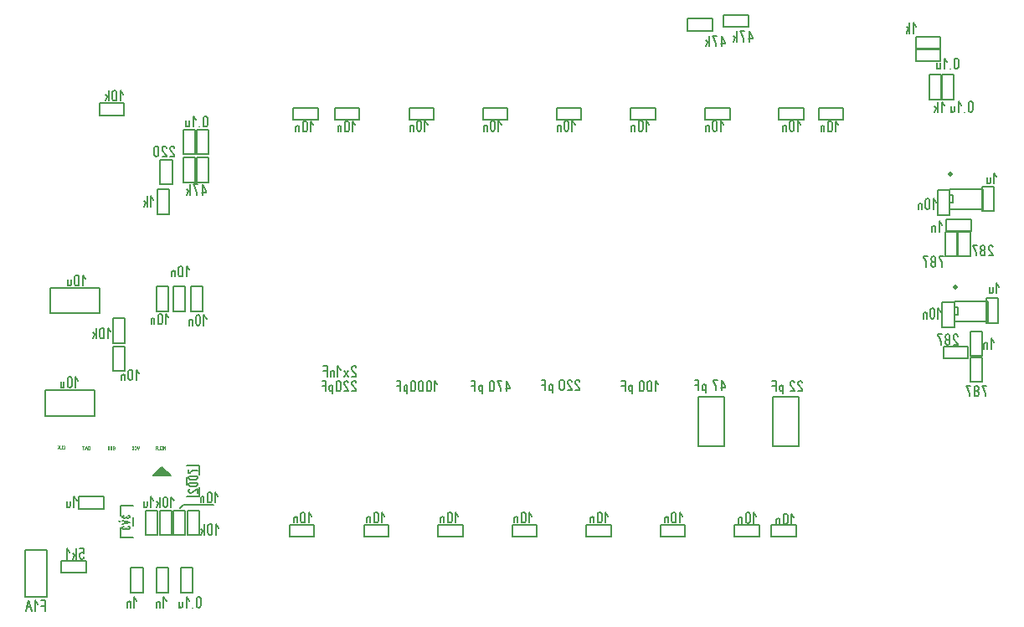
<source format=gbr>
%FSLAX34Y34*%
%MOMM*%
%LNSILK_BOTTOM*%
G71*
G01*
%ADD10C,0.191*%
%ADD11C,0.150*%
%ADD12C,0.033*%
%ADD13C,0.127*%
%ADD14C,0.170*%
%ADD15C,0.064*%
%ADD16C,0.159*%
%ADD17C,0.200*%
%ADD18C,0.490*%
%ADD19C,0.489*%
%LPD*%
G54D10*
X978696Y-270141D02*
X982962Y-270141D01*
X982962Y-269474D01*
X982429Y-268141D01*
X979229Y-264141D01*
X978696Y-262807D01*
X978696Y-261474D01*
X979229Y-260141D01*
X980296Y-259474D01*
X981362Y-259474D01*
X982429Y-260141D01*
X982962Y-261474D01*
G54D10*
X972296Y-264807D02*
X973362Y-264807D01*
X974429Y-264141D01*
X974962Y-262807D01*
X974962Y-261474D01*
X974429Y-260141D01*
X973362Y-259474D01*
X972296Y-259474D01*
X971229Y-260141D01*
X970696Y-261474D01*
X970696Y-262807D01*
X971229Y-264141D01*
X972296Y-264807D01*
X971229Y-265474D01*
X970696Y-266807D01*
X970696Y-268141D01*
X971229Y-269474D01*
X972296Y-270141D01*
X973362Y-270141D01*
X974429Y-269474D01*
X974962Y-268141D01*
X974962Y-266807D01*
X974429Y-265474D01*
X973362Y-264807D01*
G54D10*
X966962Y-259474D02*
X962696Y-259474D01*
X963229Y-260807D01*
X964296Y-262807D01*
X965362Y-265474D01*
X965896Y-267474D01*
X965896Y-270141D01*
G54D10*
X925403Y-216605D02*
X922736Y-212605D01*
X922736Y-223272D01*
G54D10*
X914736Y-214605D02*
X914736Y-221272D01*
X915270Y-222605D01*
X916336Y-223272D01*
X917403Y-223272D01*
X918470Y-222605D01*
X919003Y-221272D01*
X919003Y-214605D01*
X918470Y-213272D01*
X917403Y-212605D01*
X916336Y-212605D01*
X915270Y-213272D01*
X914736Y-214605D01*
G54D10*
X911003Y-223272D02*
X911003Y-217272D01*
G54D10*
X911003Y-218605D02*
X910470Y-217672D01*
X909403Y-217272D01*
X908336Y-217672D01*
X907803Y-218605D01*
X907803Y-223272D01*
G54D10*
X786050Y-407264D02*
X790317Y-407264D01*
X790317Y-406597D01*
X789783Y-405264D01*
X786583Y-401264D01*
X786050Y-399931D01*
X786050Y-398597D01*
X786583Y-397264D01*
X787650Y-396597D01*
X788717Y-396597D01*
X789783Y-397264D01*
X790317Y-398597D01*
G54D10*
X778050Y-407264D02*
X782317Y-407264D01*
X782317Y-406597D01*
X781783Y-405264D01*
X778583Y-401264D01*
X778050Y-399931D01*
X778050Y-398597D01*
X778583Y-397264D01*
X779650Y-396597D01*
X780717Y-396597D01*
X781783Y-397264D01*
X782317Y-398597D01*
G54D10*
X770477Y-401264D02*
X770477Y-409931D01*
G54D10*
X770477Y-405264D02*
X769943Y-406997D01*
X768877Y-407264D01*
X767810Y-406997D01*
X767277Y-405664D01*
X767277Y-402997D01*
X767810Y-401664D01*
X768877Y-401264D01*
X769943Y-401664D01*
X770477Y-403264D01*
G54D10*
X763544Y-407264D02*
X763544Y-396597D01*
X759810Y-396597D01*
G54D10*
X763544Y-401931D02*
X759810Y-401931D01*
G54D10*
X709117Y-406264D02*
X709117Y-395597D01*
X712317Y-402264D01*
X712317Y-403597D01*
X708050Y-403597D01*
G54D10*
X704317Y-395597D02*
X700050Y-395597D01*
X700583Y-396931D01*
X701650Y-398931D01*
X702717Y-401597D01*
X703250Y-403597D01*
X703250Y-406264D01*
G54D10*
X692477Y-400264D02*
X692477Y-408931D01*
G54D10*
X692477Y-404264D02*
X691943Y-405997D01*
X690877Y-406264D01*
X689810Y-405997D01*
X689277Y-404664D01*
X689277Y-401997D01*
X689810Y-400664D01*
X690877Y-400264D01*
X691943Y-400664D01*
X692477Y-402264D01*
G54D10*
X685544Y-406264D02*
X685544Y-395597D01*
X681810Y-395597D01*
G54D10*
X685544Y-400931D02*
X681810Y-400931D01*
G54D10*
X644316Y-400597D02*
X641650Y-396597D01*
X641650Y-407264D01*
G54D10*
X633650Y-398597D02*
X633650Y-405264D01*
X634183Y-406597D01*
X635250Y-407264D01*
X636316Y-407264D01*
X637383Y-406597D01*
X637916Y-405264D01*
X637916Y-398597D01*
X637383Y-397264D01*
X636316Y-396597D01*
X635250Y-396597D01*
X634183Y-397264D01*
X633650Y-398597D01*
G54D10*
X625650Y-398597D02*
X625650Y-405264D01*
X626183Y-406597D01*
X627250Y-407264D01*
X628316Y-407264D01*
X629383Y-406597D01*
X629916Y-405264D01*
X629916Y-398597D01*
X629383Y-397264D01*
X628316Y-396597D01*
X627250Y-396597D01*
X626183Y-397264D01*
X625650Y-398597D01*
G54D10*
X618076Y-401264D02*
X618076Y-409931D01*
G54D10*
X618076Y-405264D02*
X617543Y-406997D01*
X616476Y-407264D01*
X615410Y-406997D01*
X614876Y-405664D01*
X614876Y-402997D01*
X615410Y-401664D01*
X616476Y-401264D01*
X617543Y-401664D01*
X618076Y-403264D01*
G54D10*
X611144Y-407264D02*
X611144Y-396597D01*
X607410Y-396597D01*
G54D10*
X611144Y-401931D02*
X607410Y-401931D01*
G54D10*
X561050Y-406264D02*
X565316Y-406264D01*
X565316Y-405597D01*
X564783Y-404264D01*
X561583Y-400264D01*
X561050Y-398931D01*
X561050Y-397597D01*
X561583Y-396264D01*
X562650Y-395597D01*
X563716Y-395597D01*
X564783Y-396264D01*
X565316Y-397597D01*
G54D10*
X553050Y-406264D02*
X557316Y-406264D01*
X557316Y-405597D01*
X556783Y-404264D01*
X553583Y-400264D01*
X553050Y-398931D01*
X553050Y-397597D01*
X553583Y-396264D01*
X554650Y-395597D01*
X555716Y-395597D01*
X556783Y-396264D01*
X557316Y-397597D01*
G54D10*
X545050Y-397597D02*
X545050Y-404264D01*
X545583Y-405597D01*
X546650Y-406264D01*
X547716Y-406264D01*
X548783Y-405597D01*
X549316Y-404264D01*
X549316Y-397597D01*
X548783Y-396264D01*
X547716Y-395597D01*
X546650Y-395597D01*
X545583Y-396264D01*
X545050Y-397597D01*
G54D10*
X537476Y-400264D02*
X537476Y-408931D01*
G54D10*
X537476Y-404264D02*
X536943Y-405997D01*
X535876Y-406264D01*
X534810Y-405997D01*
X534276Y-404664D01*
X534276Y-401997D01*
X534810Y-400664D01*
X535876Y-400264D01*
X536943Y-400664D01*
X537476Y-402264D01*
G54D10*
X530544Y-406264D02*
X530544Y-395597D01*
X526810Y-395597D01*
G54D10*
X530544Y-400931D02*
X526810Y-400931D01*
G54D10*
X491116Y-407264D02*
X491116Y-396597D01*
X494316Y-403264D01*
X494316Y-404597D01*
X490050Y-404597D01*
G54D10*
X486316Y-396597D02*
X482050Y-396597D01*
X482583Y-397931D01*
X483650Y-399931D01*
X484716Y-402597D01*
X485250Y-404597D01*
X485250Y-407264D01*
G54D10*
X474050Y-398597D02*
X474050Y-405264D01*
X474583Y-406597D01*
X475650Y-407264D01*
X476716Y-407264D01*
X477783Y-406597D01*
X478316Y-405264D01*
X478316Y-398597D01*
X477783Y-397264D01*
X476716Y-396597D01*
X475650Y-396597D01*
X474583Y-397264D01*
X474050Y-398597D01*
G54D10*
X466476Y-401264D02*
X466476Y-409931D01*
G54D10*
X466476Y-405264D02*
X465943Y-406997D01*
X464876Y-407264D01*
X463810Y-406997D01*
X463276Y-405664D01*
X463276Y-402997D01*
X463810Y-401664D01*
X464876Y-401264D01*
X465943Y-401664D01*
X466476Y-403264D01*
G54D10*
X459544Y-407264D02*
X459544Y-396597D01*
X455810Y-396597D01*
G54D10*
X459544Y-401931D02*
X455810Y-401931D01*
G54D11*
X783890Y-542554D02*
X783890Y-554554D01*
X758890Y-554554D01*
X758890Y-542553D01*
X783890Y-542554D01*
G54D11*
X722000Y-554500D02*
X722000Y-542500D01*
X747000Y-542500D01*
X747000Y-554500D01*
X722000Y-554500D01*
G54D11*
X647000Y-554500D02*
X647000Y-542500D01*
X672000Y-542500D01*
X672000Y-554500D01*
X647000Y-554500D01*
G54D11*
X572000Y-554500D02*
X572000Y-542500D01*
X597000Y-542500D01*
X597000Y-554500D01*
X572000Y-554500D01*
G54D11*
X497000Y-554500D02*
X497000Y-542500D01*
X522000Y-542500D01*
X522000Y-554500D01*
X497000Y-554500D01*
G54D11*
X422000Y-554500D02*
X422000Y-542500D01*
X447000Y-542500D01*
X447000Y-554500D01*
X422000Y-554500D01*
G54D11*
X347000Y-554500D02*
X347000Y-542500D01*
X372000Y-542500D01*
X372000Y-554500D01*
X347000Y-554500D01*
G54D11*
X272000Y-554500D02*
X272000Y-542500D01*
X297000Y-542500D01*
X297000Y-554500D01*
X272000Y-554500D01*
G54D11*
X832000Y-120500D02*
X832000Y-132500D01*
X807000Y-132500D01*
X807000Y-120500D01*
X832000Y-120500D01*
G54D11*
X766500Y-132500D02*
X766500Y-120500D01*
X791500Y-120500D01*
X791500Y-132500D01*
X766500Y-132500D01*
G54D11*
X692000Y-132500D02*
X692000Y-120500D01*
X717000Y-120500D01*
X717000Y-132500D01*
X692000Y-132500D01*
G54D11*
X617000Y-132500D02*
X617000Y-120500D01*
X642000Y-120500D01*
X642000Y-132500D01*
X617000Y-132500D01*
G54D11*
X542000Y-132500D02*
X542000Y-120500D01*
X567000Y-120500D01*
X567000Y-132500D01*
X542000Y-132500D01*
G54D11*
X467500Y-132500D02*
X467500Y-120500D01*
X492500Y-120500D01*
X492500Y-132500D01*
X467500Y-132500D01*
G54D11*
X393000Y-132500D02*
X393000Y-120500D01*
X418000Y-120500D01*
X418000Y-132500D01*
X393000Y-132500D01*
G54D11*
X317500Y-132500D02*
X317500Y-120500D01*
X342500Y-120500D01*
X342500Y-132500D01*
X317500Y-132500D01*
G54D11*
X275500Y-132500D02*
X275500Y-120500D01*
X300500Y-120500D01*
X300500Y-132500D01*
X275500Y-132500D01*
G54D11*
X75000Y-406500D02*
X75000Y-432500D01*
X25000Y-432500D01*
X25000Y-406500D01*
X75000Y-406500D01*
G54D10*
X58215Y-396868D02*
X55548Y-392868D01*
X55548Y-403534D01*
G54D10*
X47548Y-394868D02*
X47548Y-401534D01*
X48081Y-402868D01*
X49148Y-403534D01*
X50215Y-403534D01*
X51281Y-402868D01*
X51815Y-401534D01*
X51815Y-394868D01*
X51281Y-393534D01*
X50215Y-392868D01*
X49148Y-392868D01*
X48081Y-393534D01*
X47548Y-394868D01*
G54D10*
X40615Y-397534D02*
X40615Y-403535D01*
G54D10*
X40615Y-402201D02*
X41148Y-403268D01*
X42215Y-403534D01*
X43281Y-403268D01*
X43815Y-402201D01*
X43815Y-397534D01*
G54D11*
X79500Y-302500D02*
X79500Y-328500D01*
X29500Y-328500D01*
X29500Y-302500D01*
X79500Y-302500D01*
G54D10*
X65203Y-293875D02*
X62536Y-289875D01*
X62536Y-300541D01*
G54D10*
X54536Y-291875D02*
X54536Y-298541D01*
X55069Y-299875D01*
X56136Y-300541D01*
X57203Y-300541D01*
X58269Y-299875D01*
X58803Y-298541D01*
X58803Y-291875D01*
X58269Y-290541D01*
X57203Y-289875D01*
X56136Y-289875D01*
X55069Y-290541D01*
X54536Y-291875D01*
G54D10*
X47603Y-294541D02*
X47603Y-300541D01*
G54D10*
X47603Y-299208D02*
X48136Y-300275D01*
X49203Y-300541D01*
X50269Y-300275D01*
X50803Y-299208D01*
X50803Y-294541D01*
G54D11*
X113996Y-523000D02*
X100996Y-523000D01*
X100996Y-533000D01*
G54D11*
X100996Y-545000D02*
X100996Y-555001D01*
X113996Y-555000D01*
G54D11*
X113997Y-543000D02*
X113997Y-535000D01*
G54D12*
X100524Y-537891D02*
X99024Y-537891D01*
G54D12*
X98524Y-537891D02*
X98524Y-537891D01*
G54D12*
X100524Y-538624D02*
X99024Y-538624D01*
G54D12*
X99357Y-538624D02*
X99124Y-538757D01*
X99024Y-539024D01*
X99124Y-539291D01*
X99357Y-539424D01*
X100524Y-539424D01*
G54D13*
X104241Y-532752D02*
X103353Y-533107D01*
X102908Y-533818D01*
X102908Y-534530D01*
X103353Y-535240D01*
X104241Y-535596D01*
X105130Y-535596D01*
X106019Y-535241D01*
X106464Y-534529D01*
X106908Y-535241D01*
X107797Y-535596D01*
X108686Y-535596D01*
X109575Y-535240D01*
X110019Y-534530D01*
X110019Y-533818D01*
X109575Y-533107D01*
X108686Y-532752D01*
G54D13*
X102908Y-538085D02*
X110019Y-539862D01*
X102908Y-541640D01*
G54D13*
X104241Y-544130D02*
X103353Y-544485D01*
X102908Y-545196D01*
X102908Y-545908D01*
X103353Y-546619D01*
X104242Y-546974D01*
X105130Y-546974D01*
X106019Y-546619D01*
X106464Y-545908D01*
X106908Y-546619D01*
X107797Y-546974D01*
X108686Y-546974D01*
X109575Y-546619D01*
X110019Y-545908D01*
X110019Y-545196D01*
X109575Y-544485D01*
X108686Y-544130D01*
G54D10*
X24713Y-629661D02*
X24713Y-618995D01*
X20980Y-618995D01*
G54D10*
X24713Y-624328D02*
X20980Y-624328D01*
G54D10*
X17247Y-622995D02*
X14580Y-618995D01*
X14580Y-629661D01*
G54D10*
X10847Y-629661D02*
X8180Y-618995D01*
X5514Y-629661D01*
G54D10*
X9780Y-625661D02*
X6580Y-625661D01*
G54D11*
X152500Y-553000D02*
X140500Y-553000D01*
X140500Y-528000D01*
X152500Y-528000D01*
X152500Y-553000D01*
G54D10*
X154813Y-518168D02*
X152146Y-514168D01*
X152146Y-524835D01*
G54D10*
X144146Y-516168D02*
X144146Y-522835D01*
X144680Y-524168D01*
X145746Y-524835D01*
X146813Y-524835D01*
X147880Y-524168D01*
X148413Y-522835D01*
X148413Y-516168D01*
X147880Y-514835D01*
X146813Y-514168D01*
X145746Y-514168D01*
X144680Y-514835D01*
X144146Y-516168D01*
G54D10*
X140413Y-524835D02*
X140413Y-514168D01*
G54D10*
X138813Y-520835D02*
X137213Y-524835D01*
G54D10*
X140413Y-522168D02*
X137213Y-518835D01*
G54D10*
X56612Y-517918D02*
X53946Y-513918D01*
X53946Y-524585D01*
G54D10*
X47012Y-518585D02*
X47012Y-524585D01*
G54D10*
X47012Y-523252D02*
X47546Y-524318D01*
X48612Y-524585D01*
X49679Y-524318D01*
X50212Y-523252D01*
X50213Y-518585D01*
G54D10*
X134189Y-517893D02*
X131522Y-513893D01*
X131522Y-524559D01*
G54D10*
X124589Y-518559D02*
X124589Y-524559D01*
G54D10*
X124589Y-523226D02*
X125122Y-524293D01*
X126189Y-524559D01*
X127256Y-524293D01*
X127789Y-523226D01*
X127789Y-518559D01*
G36*
X151752Y-492896D02*
X142752Y-483897D01*
X133752Y-492896D01*
X151752Y-492896D01*
G37*
G54D14*
X151752Y-492896D02*
X142752Y-483897D01*
X133752Y-492896D01*
X151752Y-492896D01*
G54D11*
X126498Y-527995D02*
X138498Y-527996D01*
X138498Y-552995D01*
X126498Y-552995D01*
X126498Y-527995D01*
G54D15*
X69439Y-466217D02*
X69439Y-462662D01*
X68550Y-462662D01*
X68194Y-462884D01*
X68016Y-463328D01*
X68016Y-465550D01*
X68194Y-465995D01*
X68550Y-466217D01*
X69439Y-466217D01*
G54D15*
X66773Y-466217D02*
X65884Y-462662D01*
X64995Y-466217D01*
G54D15*
X66417Y-464884D02*
X65350Y-464884D01*
G54D15*
X63040Y-466217D02*
X63039Y-462662D01*
G54D15*
X63751Y-462662D02*
X62328Y-462662D01*
G54D15*
X42715Y-465099D02*
X42893Y-465544D01*
X43248Y-465766D01*
X43604Y-465766D01*
X43959Y-465544D01*
X44137Y-465099D01*
X44137Y-462877D01*
X43959Y-462433D01*
X43604Y-462210D01*
X43248Y-462210D01*
X42893Y-462432D01*
X42715Y-462877D01*
G54D15*
X41471Y-462210D02*
X41471Y-465766D01*
X40227Y-465766D01*
G54D15*
X38983Y-465766D02*
X38983Y-462210D01*
G54D15*
X38983Y-464654D02*
X37561Y-462210D01*
G54D15*
X38450Y-463988D02*
X37561Y-465766D01*
G54D15*
X146227Y-466114D02*
X146227Y-462559D01*
X145339Y-464781D01*
X144450Y-462559D01*
X144450Y-466114D01*
G54D15*
X141783Y-465448D02*
X141961Y-465892D01*
X142317Y-466114D01*
X142672Y-466114D01*
X143028Y-465892D01*
X143205Y-465448D01*
X143205Y-463226D01*
X143028Y-462781D01*
X142672Y-462559D01*
X142316Y-462559D01*
X141961Y-462781D01*
X141783Y-463225D01*
G54D15*
X140539Y-462559D02*
X140539Y-466114D01*
X139295Y-466114D01*
G54D15*
X137340Y-464336D02*
X136807Y-464781D01*
X136629Y-465226D01*
X136629Y-466114D01*
G54D15*
X138051Y-466114D02*
X138051Y-462559D01*
X137162Y-462559D01*
X136807Y-462781D01*
X136629Y-463226D01*
X136629Y-463670D01*
X136807Y-464114D01*
X137163Y-464336D01*
X138051Y-464336D01*
G54D15*
X94018Y-464544D02*
X93307Y-464544D01*
X93307Y-465655D01*
X93485Y-466099D01*
X93840Y-466322D01*
X94196Y-466322D01*
X94551Y-466099D01*
X94729Y-465655D01*
X94729Y-463432D01*
X94551Y-462988D01*
X94196Y-462766D01*
X93840Y-462766D01*
X93485Y-462988D01*
X93307Y-463432D01*
G54D15*
X92063Y-466322D02*
X92063Y-462766D01*
X90641Y-466322D01*
X90641Y-462766D01*
G54D15*
X89397Y-466322D02*
X89397Y-462766D01*
X88508Y-462766D01*
X88153Y-462988D01*
X87975Y-463432D01*
X87975Y-465655D01*
X88153Y-466099D01*
X88508Y-466322D01*
X89397Y-466322D01*
G54D15*
X119746Y-462763D02*
X118857Y-466318D01*
X117968Y-462763D01*
G54D15*
X115302Y-465652D02*
X115480Y-466096D01*
X115835Y-466318D01*
X116191Y-466318D01*
X116546Y-466096D01*
X116724Y-465652D01*
X116724Y-463430D01*
X116546Y-462985D01*
X116191Y-462763D01*
X115835Y-462763D01*
X115480Y-462985D01*
X115302Y-463429D01*
G54D15*
X112636Y-465652D02*
X112814Y-466096D01*
X113169Y-466318D01*
X113525Y-466318D01*
X113880Y-466096D01*
X114058Y-465652D01*
X114058Y-463430D01*
X113880Y-462985D01*
X113525Y-462763D01*
X113169Y-462763D01*
X112814Y-462985D01*
X112636Y-463430D01*
G54D11*
X26500Y-615500D02*
X4500Y-615500D01*
X4500Y-567500D01*
X26500Y-567500D01*
X26500Y-615500D01*
G54D11*
X167500Y-514000D02*
X180500Y-514000D01*
X180500Y-504000D01*
G54D11*
X180500Y-492000D02*
X180500Y-482000D01*
X167500Y-482000D01*
G54D11*
X167500Y-494000D02*
X167500Y-502000D01*
G54D11*
X180501Y-553003D02*
X168501Y-553003D01*
X168501Y-528003D01*
X180501Y-528003D01*
X180501Y-553003D01*
G54D11*
X93000Y-333500D02*
X105000Y-333500D01*
X105000Y-358500D01*
X93000Y-358500D01*
X93000Y-333500D01*
G54D10*
X200026Y-545678D02*
X197360Y-541678D01*
X197360Y-552344D01*
G54D10*
X189360Y-543678D02*
X189360Y-550344D01*
X189893Y-551678D01*
X190960Y-552344D01*
X192026Y-552344D01*
X193093Y-551678D01*
X193626Y-550344D01*
X193626Y-543678D01*
X193093Y-542344D01*
X192026Y-541678D01*
X190960Y-541678D01*
X189893Y-542344D01*
X189360Y-543678D01*
G54D10*
X185626Y-552344D02*
X185626Y-541678D01*
G54D10*
X184026Y-548344D02*
X182426Y-552344D01*
G54D10*
X185626Y-549678D02*
X182426Y-546344D01*
G54D10*
X90833Y-347243D02*
X88166Y-343243D01*
X88166Y-353910D01*
G54D10*
X80166Y-345243D02*
X80166Y-351910D01*
X80699Y-353243D01*
X81766Y-353910D01*
X82833Y-353910D01*
X83899Y-353243D01*
X84433Y-351910D01*
X84433Y-345243D01*
X83899Y-343910D01*
X82833Y-343243D01*
X81766Y-343243D01*
X80699Y-343910D01*
X80166Y-345243D01*
G54D10*
X76433Y-353910D02*
X76433Y-343243D01*
G54D10*
X74833Y-349910D02*
X73233Y-353910D01*
G54D10*
X76433Y-351243D02*
X73233Y-347910D01*
G54D10*
X134289Y-213878D02*
X131622Y-209878D01*
X131622Y-220545D01*
G54D10*
X127889Y-220545D02*
X127889Y-209878D01*
G54D10*
X126289Y-216545D02*
X124689Y-220545D01*
G54D10*
X127889Y-217878D02*
X124689Y-214545D01*
G54D10*
X151151Y-170015D02*
X155417Y-170015D01*
X155417Y-169348D01*
X154884Y-168015D01*
X151684Y-164015D01*
X151151Y-162682D01*
X151151Y-161348D01*
X151684Y-160015D01*
X152751Y-159348D01*
X153817Y-159348D01*
X154884Y-160015D01*
X155417Y-161348D01*
G54D10*
X143151Y-170015D02*
X147417Y-170015D01*
X147417Y-169348D01*
X146884Y-168015D01*
X143684Y-164015D01*
X143151Y-162682D01*
X143151Y-161348D01*
X143684Y-160015D01*
X144751Y-159348D01*
X145817Y-159348D01*
X146884Y-160015D01*
X147417Y-161348D01*
G54D10*
X135151Y-161348D02*
X135151Y-168015D01*
X135684Y-169348D01*
X136751Y-170015D01*
X137817Y-170015D01*
X138884Y-169348D01*
X139417Y-168015D01*
X139417Y-161348D01*
X138884Y-160015D01*
X137817Y-159348D01*
X136751Y-159348D01*
X135684Y-160015D01*
X135151Y-161348D01*
G54D11*
X79500Y-128000D02*
X79500Y-116000D01*
X104500Y-116000D01*
X104500Y-128000D01*
X79500Y-128000D01*
G54D10*
X103286Y-106877D02*
X100619Y-102877D01*
X100619Y-113544D01*
G54D10*
X92619Y-104877D02*
X92619Y-111544D01*
X93153Y-112877D01*
X94219Y-113544D01*
X95286Y-113544D01*
X96353Y-112877D01*
X96886Y-111544D01*
X96886Y-104877D01*
X96353Y-103544D01*
X95286Y-102877D01*
X94219Y-102877D01*
X93153Y-103544D01*
X92619Y-104877D01*
G54D10*
X88886Y-113544D02*
X88886Y-102877D01*
G54D10*
X87286Y-109544D02*
X85686Y-113544D01*
G54D10*
X88886Y-110877D02*
X85686Y-107544D01*
G54D11*
X149081Y-326253D02*
X137081Y-326253D01*
X137081Y-301253D01*
X149081Y-301253D01*
X149081Y-326253D01*
G54D10*
X149579Y-332888D02*
X146913Y-328888D01*
X146913Y-339554D01*
G54D10*
X138913Y-330888D02*
X138913Y-337554D01*
X139446Y-338888D01*
X140513Y-339554D01*
X141579Y-339554D01*
X142646Y-338888D01*
X143179Y-337554D01*
X143179Y-330888D01*
X142646Y-329554D01*
X141579Y-328888D01*
X140513Y-328888D01*
X139446Y-329554D01*
X138913Y-330888D01*
G54D10*
X135179Y-339554D02*
X135179Y-333554D01*
G54D10*
X135179Y-334888D02*
X134646Y-333954D01*
X133579Y-333554D01*
X132513Y-333954D01*
X131979Y-334888D01*
X131979Y-339554D01*
G54D11*
X166081Y-326253D02*
X154081Y-326253D01*
X154081Y-301253D01*
X166081Y-301253D01*
X166081Y-326253D01*
G54D11*
X184081Y-326253D02*
X172081Y-326253D01*
X172081Y-301253D01*
X184081Y-301253D01*
X184081Y-326253D01*
G54D11*
X141081Y-173253D02*
X153081Y-173253D01*
X153081Y-198253D01*
X141081Y-198253D01*
X141081Y-173253D01*
G54D11*
X150081Y-228252D02*
X138081Y-228253D01*
X138081Y-203253D01*
X150081Y-203253D01*
X150081Y-228252D01*
G54D11*
X104999Y-387009D02*
X92999Y-387009D01*
X92999Y-362009D01*
X104999Y-362010D01*
X104999Y-387009D01*
G54D10*
X119555Y-389481D02*
X116889Y-385481D01*
X116889Y-396148D01*
G54D10*
X108889Y-387481D02*
X108889Y-394148D01*
X109422Y-395481D01*
X110489Y-396148D01*
X111555Y-396148D01*
X112622Y-395481D01*
X113155Y-394148D01*
X113155Y-387481D01*
X112622Y-386148D01*
X111555Y-385481D01*
X110489Y-385481D01*
X109422Y-386148D01*
X108889Y-387481D01*
G54D10*
X105155Y-396148D02*
X105155Y-390148D01*
G54D10*
X105155Y-391481D02*
X104622Y-390548D01*
X103555Y-390148D01*
X102489Y-390548D01*
X101955Y-391481D01*
X101955Y-396148D01*
G54D10*
X708831Y-58401D02*
X708831Y-47734D01*
X712031Y-54401D01*
X712031Y-55734D01*
X707765Y-55734D01*
G54D10*
X704031Y-47734D02*
X699765Y-47734D01*
X700298Y-49068D01*
X701365Y-51068D01*
X702431Y-53734D01*
X702965Y-55734D01*
X702965Y-58401D01*
G54D10*
X696031Y-58401D02*
X696031Y-47734D01*
G54D10*
X694431Y-54401D02*
X692831Y-58401D01*
G54D10*
X696031Y-55734D02*
X692831Y-52401D01*
G54D11*
X190188Y-195733D02*
X178188Y-195733D01*
X178188Y-170732D01*
X190188Y-170733D01*
X190188Y-195733D01*
G54D11*
X176188Y-195733D02*
X164188Y-195733D01*
X164188Y-170732D01*
X176188Y-170733D01*
X176188Y-195733D01*
G54D11*
X190188Y-167733D02*
X178188Y-167733D01*
X178188Y-142732D01*
X190188Y-142733D01*
X190188Y-167733D01*
G54D11*
X176188Y-167733D02*
X164188Y-167733D01*
X164188Y-142732D01*
X176188Y-142733D01*
X176188Y-167733D01*
G54D10*
X183896Y-208893D02*
X183896Y-198226D01*
X187096Y-204893D01*
X187096Y-206226D01*
X182829Y-206226D01*
G54D10*
X179096Y-198226D02*
X174829Y-198226D01*
X175362Y-199559D01*
X176429Y-201559D01*
X177496Y-204226D01*
X178029Y-206226D01*
X178029Y-208893D01*
G54D10*
X171096Y-208893D02*
X171096Y-198226D01*
G54D10*
X169496Y-204893D02*
X167896Y-208893D01*
G54D10*
X171096Y-206226D02*
X167896Y-202893D01*
G54D10*
X184521Y-131028D02*
X184521Y-137694D01*
X185054Y-139028D01*
X186121Y-139694D01*
X187188Y-139694D01*
X188254Y-139028D01*
X188788Y-137694D01*
X188788Y-131028D01*
X188254Y-129694D01*
X187188Y-129028D01*
X186121Y-129028D01*
X185054Y-129694D01*
X184521Y-131028D01*
G54D10*
X180788Y-139694D02*
X180788Y-139694D01*
G54D10*
X177055Y-133028D02*
X174388Y-129028D01*
X174388Y-139694D01*
G54D10*
X167455Y-133694D02*
X167455Y-139694D01*
G54D10*
X167455Y-138361D02*
X167988Y-139428D01*
X169055Y-139694D01*
X170122Y-139428D01*
X170655Y-138361D01*
X170655Y-133694D01*
G54D10*
X781860Y-535090D02*
X779194Y-531090D01*
X779194Y-541757D01*
G54D10*
X771194Y-533091D02*
X771194Y-539757D01*
X771727Y-541090D01*
X772794Y-541757D01*
X773860Y-541757D01*
X774927Y-541090D01*
X775460Y-539757D01*
X775460Y-533090D01*
X774927Y-531757D01*
X773860Y-531090D01*
X772794Y-531090D01*
X771727Y-531757D01*
X771194Y-533091D01*
G54D10*
X767460Y-541757D02*
X767460Y-535757D01*
G54D10*
X767460Y-537090D02*
X766927Y-536157D01*
X765860Y-535757D01*
X764794Y-536157D01*
X764260Y-537090D01*
X764260Y-541757D01*
G54D10*
X743860Y-534090D02*
X741194Y-530090D01*
X741194Y-540757D01*
G54D10*
X733194Y-532091D02*
X733194Y-538757D01*
X733727Y-540090D01*
X734794Y-540757D01*
X735860Y-540757D01*
X736927Y-540090D01*
X737460Y-538757D01*
X737460Y-532090D01*
X736927Y-530757D01*
X735860Y-530090D01*
X734794Y-530090D01*
X733727Y-530757D01*
X733194Y-532091D01*
G54D10*
X729460Y-540757D02*
X729460Y-534757D01*
G54D10*
X729460Y-536090D02*
X728927Y-535157D01*
X727860Y-534757D01*
X726794Y-535157D01*
X726260Y-536090D01*
X726260Y-540757D01*
G54D10*
X668860Y-533590D02*
X666194Y-529590D01*
X666194Y-540257D01*
G54D10*
X658194Y-531591D02*
X658194Y-538257D01*
X658727Y-539590D01*
X659794Y-540257D01*
X660860Y-540257D01*
X661927Y-539590D01*
X662460Y-538257D01*
X662460Y-531590D01*
X661927Y-530257D01*
X660860Y-529590D01*
X659794Y-529590D01*
X658727Y-530257D01*
X658194Y-531591D01*
G54D10*
X654460Y-540257D02*
X654460Y-534257D01*
G54D10*
X654460Y-535590D02*
X653927Y-534657D01*
X652860Y-534257D01*
X651794Y-534657D01*
X651260Y-535590D01*
X651260Y-540257D01*
G54D10*
X593860Y-533590D02*
X591194Y-529590D01*
X591194Y-540257D01*
G54D10*
X583194Y-531591D02*
X583194Y-538257D01*
X583727Y-539590D01*
X584794Y-540257D01*
X585860Y-540257D01*
X586927Y-539590D01*
X587460Y-538257D01*
X587460Y-531590D01*
X586927Y-530257D01*
X585860Y-529590D01*
X584794Y-529590D01*
X583727Y-530257D01*
X583194Y-531591D01*
G54D10*
X579460Y-540257D02*
X579460Y-534257D01*
G54D10*
X579460Y-535590D02*
X578927Y-534657D01*
X577860Y-534257D01*
X576794Y-534657D01*
X576260Y-535590D01*
X576260Y-540257D01*
G54D10*
X516860Y-533590D02*
X514194Y-529590D01*
X514194Y-540257D01*
G54D10*
X506194Y-531591D02*
X506194Y-538257D01*
X506727Y-539590D01*
X507794Y-540257D01*
X508860Y-540257D01*
X509927Y-539590D01*
X510460Y-538257D01*
X510460Y-531590D01*
X509927Y-530257D01*
X508860Y-529590D01*
X507794Y-529590D01*
X506727Y-530257D01*
X506194Y-531591D01*
G54D10*
X502460Y-540257D02*
X502460Y-534257D01*
G54D10*
X502460Y-535590D02*
X501927Y-534657D01*
X500860Y-534257D01*
X499794Y-534657D01*
X499260Y-535590D01*
X499260Y-540257D01*
G54D10*
X442360Y-533590D02*
X439694Y-529590D01*
X439694Y-540257D01*
G54D10*
X431694Y-531591D02*
X431694Y-538257D01*
X432227Y-539590D01*
X433294Y-540257D01*
X434360Y-540257D01*
X435427Y-539590D01*
X435960Y-538257D01*
X435960Y-531590D01*
X435427Y-530257D01*
X434360Y-529590D01*
X433294Y-529590D01*
X432227Y-530257D01*
X431694Y-531591D01*
G54D10*
X427960Y-540257D02*
X427960Y-534257D01*
G54D10*
X427960Y-535590D02*
X427427Y-534657D01*
X426360Y-534257D01*
X425294Y-534657D01*
X424760Y-535590D01*
X424760Y-540257D01*
G54D10*
X367860Y-533590D02*
X365194Y-529590D01*
X365194Y-540257D01*
G54D10*
X357194Y-531591D02*
X357194Y-538257D01*
X357727Y-539590D01*
X358794Y-540257D01*
X359860Y-540257D01*
X360927Y-539590D01*
X361460Y-538257D01*
X361460Y-531590D01*
X360927Y-530257D01*
X359860Y-529590D01*
X358794Y-529590D01*
X357727Y-530257D01*
X357194Y-531591D01*
G54D10*
X353460Y-540257D02*
X353460Y-534257D01*
G54D10*
X353460Y-535590D02*
X352927Y-534657D01*
X351860Y-534257D01*
X350794Y-534657D01*
X350260Y-535590D01*
X350260Y-540257D01*
G54D10*
X293860Y-533590D02*
X291194Y-529590D01*
X291194Y-540257D01*
G54D10*
X283194Y-531591D02*
X283194Y-538257D01*
X283727Y-539590D01*
X284794Y-540257D01*
X285860Y-540257D01*
X286927Y-539590D01*
X287460Y-538257D01*
X287460Y-531590D01*
X286927Y-530257D01*
X285860Y-529590D01*
X284794Y-529590D01*
X283727Y-530257D01*
X283194Y-531591D01*
G54D10*
X279460Y-540257D02*
X279460Y-534257D01*
G54D10*
X279460Y-535590D02*
X278927Y-534657D01*
X277860Y-534257D01*
X276794Y-534657D01*
X276260Y-535590D01*
X276260Y-540257D01*
G54D10*
X295860Y-138091D02*
X293194Y-134091D01*
X293194Y-144757D01*
G54D10*
X285194Y-136091D02*
X285194Y-142757D01*
X285727Y-144091D01*
X286794Y-144757D01*
X287860Y-144757D01*
X288927Y-144091D01*
X289460Y-142757D01*
X289460Y-136091D01*
X288927Y-134757D01*
X287860Y-134091D01*
X286794Y-134091D01*
X285727Y-134757D01*
X285194Y-136091D01*
G54D10*
X281460Y-144757D02*
X281460Y-138757D01*
G54D10*
X281460Y-140091D02*
X280927Y-139157D01*
X279860Y-138757D01*
X278794Y-139157D01*
X278260Y-140091D01*
X278260Y-144757D01*
G54D10*
X338360Y-138091D02*
X335694Y-134091D01*
X335694Y-144757D01*
G54D10*
X327694Y-136091D02*
X327694Y-142757D01*
X328227Y-144091D01*
X329294Y-144757D01*
X330360Y-144757D01*
X331427Y-144091D01*
X331960Y-142757D01*
X331960Y-136091D01*
X331427Y-134757D01*
X330360Y-134091D01*
X329294Y-134091D01*
X328227Y-134757D01*
X327694Y-136091D01*
G54D10*
X323960Y-144757D02*
X323960Y-138757D01*
G54D10*
X323960Y-140091D02*
X323427Y-139157D01*
X322360Y-138757D01*
X321294Y-139157D01*
X320760Y-140091D01*
X320760Y-144757D01*
G54D10*
X826860Y-138091D02*
X824194Y-134091D01*
X824194Y-144757D01*
G54D10*
X816194Y-136091D02*
X816194Y-142757D01*
X816727Y-144091D01*
X817794Y-144757D01*
X818860Y-144757D01*
X819927Y-144091D01*
X820460Y-142757D01*
X820460Y-136091D01*
X819927Y-134757D01*
X818860Y-134091D01*
X817794Y-134091D01*
X816727Y-134757D01*
X816194Y-136091D01*
G54D10*
X812460Y-144757D02*
X812460Y-138757D01*
G54D10*
X812460Y-140091D02*
X811927Y-139157D01*
X810860Y-138757D01*
X809794Y-139157D01*
X809260Y-140091D01*
X809260Y-144757D01*
G54D10*
X170182Y-284612D02*
X167516Y-280612D01*
X167516Y-291279D01*
G54D10*
X159516Y-282612D02*
X159516Y-289279D01*
X160049Y-290612D01*
X161116Y-291279D01*
X162182Y-291279D01*
X163249Y-290612D01*
X163782Y-289279D01*
X163782Y-282612D01*
X163249Y-281279D01*
X162182Y-280612D01*
X161116Y-280612D01*
X160049Y-281279D01*
X159516Y-282612D01*
G54D10*
X155782Y-291279D02*
X155782Y-285279D01*
G54D10*
X155782Y-286612D02*
X155249Y-285679D01*
X154182Y-285279D01*
X153116Y-285679D01*
X152582Y-286612D01*
X152582Y-291279D01*
G54D10*
X187801Y-334078D02*
X185135Y-330078D01*
X185135Y-340745D01*
G54D10*
X177135Y-332078D02*
X177135Y-338745D01*
X177668Y-340078D01*
X178735Y-340745D01*
X179801Y-340745D01*
X180868Y-340078D01*
X181401Y-338745D01*
X181401Y-332078D01*
X180868Y-330745D01*
X179801Y-330078D01*
X178735Y-330078D01*
X177668Y-330745D01*
X177135Y-332078D01*
G54D10*
X173401Y-340745D02*
X173401Y-334745D01*
G54D10*
X173401Y-336078D02*
X172868Y-335145D01*
X171801Y-334745D01*
X170735Y-335145D01*
X170201Y-336078D01*
X170201Y-340745D01*
G54D11*
X166498Y-553005D02*
X154498Y-553005D01*
X154498Y-528005D01*
X166498Y-528005D01*
X166498Y-553005D01*
G54D10*
X199594Y-513287D02*
X196928Y-509287D01*
X196928Y-519954D01*
G54D10*
X188928Y-511287D02*
X188928Y-517954D01*
X189461Y-519287D01*
X190528Y-519954D01*
X191594Y-519954D01*
X192661Y-519287D01*
X193194Y-517954D01*
X193194Y-511287D01*
X192661Y-509954D01*
X191594Y-509287D01*
X190528Y-509287D01*
X189461Y-509954D01*
X188928Y-511287D01*
G54D10*
X185194Y-519954D02*
X185194Y-513954D01*
G54D10*
X185194Y-515287D02*
X184661Y-514354D01*
X183594Y-513954D01*
X182528Y-514354D01*
X181994Y-515287D01*
X181994Y-519954D01*
G54D10*
X421316Y-400597D02*
X418650Y-396597D01*
X418650Y-407264D01*
G54D10*
X410650Y-398597D02*
X410650Y-405264D01*
X411183Y-406597D01*
X412250Y-407264D01*
X413316Y-407264D01*
X414383Y-406597D01*
X414916Y-405264D01*
X414916Y-398597D01*
X414383Y-397264D01*
X413316Y-396597D01*
X412250Y-396597D01*
X411183Y-397264D01*
X410650Y-398597D01*
G54D10*
X402650Y-398597D02*
X402650Y-405264D01*
X403183Y-406597D01*
X404250Y-407264D01*
X405316Y-407264D01*
X406383Y-406597D01*
X406916Y-405264D01*
X406916Y-398597D01*
X406383Y-397264D01*
X405316Y-396597D01*
X404250Y-396597D01*
X403183Y-397264D01*
X402650Y-398597D01*
G54D10*
X394650Y-398597D02*
X394650Y-405264D01*
X395183Y-406597D01*
X396250Y-407264D01*
X397316Y-407264D01*
X398383Y-406597D01*
X398916Y-405264D01*
X398916Y-398597D01*
X398383Y-397264D01*
X397316Y-396597D01*
X396250Y-396597D01*
X395183Y-397264D01*
X394650Y-398597D01*
G54D10*
X390916Y-401264D02*
X390916Y-409931D01*
G54D10*
X390916Y-405264D02*
X390383Y-406997D01*
X389316Y-407264D01*
X388250Y-406997D01*
X387716Y-405664D01*
X387716Y-402997D01*
X388250Y-401664D01*
X389316Y-401264D01*
X390383Y-401664D01*
X390916Y-403264D01*
G54D10*
X383984Y-407264D02*
X383984Y-396597D01*
X380250Y-396597D01*
G54D10*
X383984Y-401931D02*
X380250Y-401931D01*
G54D10*
X335050Y-392264D02*
X339316Y-392264D01*
X339316Y-391597D01*
X338783Y-390264D01*
X335583Y-386264D01*
X335050Y-384931D01*
X335050Y-383597D01*
X335583Y-382264D01*
X336650Y-381597D01*
X337716Y-381597D01*
X338783Y-382264D01*
X339316Y-383597D01*
G54D10*
X331316Y-386264D02*
X327050Y-392264D01*
G54D10*
X331316Y-392264D02*
X327050Y-386264D01*
G54D10*
X323316Y-385597D02*
X320650Y-381597D01*
X320650Y-392264D01*
G54D10*
X316916Y-392264D02*
X316916Y-386264D01*
G54D10*
X316916Y-387597D02*
X316383Y-386664D01*
X315316Y-386264D01*
X314250Y-386664D01*
X313716Y-387597D01*
X313716Y-392264D01*
G54D10*
X309984Y-392264D02*
X309984Y-381597D01*
X306250Y-381597D01*
G54D10*
X309984Y-386931D02*
X306250Y-386931D01*
G54D10*
X335050Y-407264D02*
X339316Y-407264D01*
X339316Y-406597D01*
X338783Y-405264D01*
X335583Y-401264D01*
X335050Y-399931D01*
X335050Y-398597D01*
X335583Y-397264D01*
X336650Y-396597D01*
X337716Y-396597D01*
X338783Y-397264D01*
X339316Y-398597D01*
G54D10*
X327050Y-407264D02*
X331316Y-407264D01*
X331316Y-406597D01*
X330783Y-405264D01*
X327583Y-401264D01*
X327050Y-399931D01*
X327050Y-398597D01*
X327583Y-397264D01*
X328650Y-396597D01*
X329716Y-396597D01*
X330783Y-397264D01*
X331316Y-398597D01*
G54D10*
X319050Y-398597D02*
X319050Y-405264D01*
X319583Y-406597D01*
X320650Y-407264D01*
X321716Y-407264D01*
X322783Y-406597D01*
X323316Y-405264D01*
X323316Y-398597D01*
X322783Y-397264D01*
X321716Y-396597D01*
X320650Y-396597D01*
X319583Y-397264D01*
X319050Y-398597D01*
G54D10*
X315316Y-401264D02*
X315316Y-409931D01*
G54D10*
X315316Y-405264D02*
X314783Y-406997D01*
X313716Y-407264D01*
X312650Y-406997D01*
X312116Y-405664D01*
X312116Y-402997D01*
X312650Y-401664D01*
X313716Y-401264D01*
X314783Y-401664D01*
X315316Y-403264D01*
G54D10*
X308384Y-407264D02*
X308384Y-396597D01*
X304650Y-396597D01*
G54D10*
X308384Y-401931D02*
X304650Y-401931D01*
G54D11*
X162000Y-586000D02*
X174000Y-586000D01*
X174000Y-611000D01*
X162000Y-611000D01*
X162000Y-586000D01*
G54D10*
X177733Y-617333D02*
X177733Y-624000D01*
X178267Y-625333D01*
X179333Y-626000D01*
X180400Y-626000D01*
X181467Y-625333D01*
X182000Y-624000D01*
X182000Y-617333D01*
X181467Y-616000D01*
X180400Y-615333D01*
X179333Y-615333D01*
X178267Y-616000D01*
X177733Y-617333D01*
G54D10*
X174000Y-626000D02*
X174000Y-626000D01*
G54D10*
X170267Y-619333D02*
X167600Y-615333D01*
X167600Y-626000D01*
G54D10*
X160667Y-620000D02*
X160667Y-626000D01*
G54D10*
X160667Y-624667D02*
X161200Y-625733D01*
X162267Y-626000D01*
X163334Y-625733D01*
X163867Y-624667D01*
X163867Y-620000D01*
G54D10*
X117498Y-619228D02*
X114831Y-615228D01*
X114831Y-625895D01*
G54D10*
X111098Y-625895D02*
X111098Y-619895D01*
G54D10*
X111098Y-621228D02*
X110564Y-620295D01*
X109498Y-619895D01*
X108431Y-620295D01*
X107898Y-621228D01*
X107898Y-625895D01*
G54D11*
X137000Y-586000D02*
X149000Y-586000D01*
X149000Y-611000D01*
X137000Y-611000D01*
X137000Y-586000D01*
G54D10*
X147204Y-619331D02*
X144537Y-615331D01*
X144537Y-625998D01*
G54D10*
X140804Y-625998D02*
X140804Y-619998D01*
G54D10*
X140804Y-621331D02*
X140271Y-620398D01*
X139204Y-619998D01*
X138137Y-620398D01*
X137604Y-621331D01*
X137604Y-625998D01*
G54D11*
X111500Y-586000D02*
X123500Y-586000D01*
X123500Y-611000D01*
X111500Y-611000D01*
X111500Y-586000D01*
G54D16*
X169760Y-486417D02*
X169760Y-489972D01*
X170871Y-489528D01*
X172538Y-488639D01*
X174760Y-487750D01*
X176427Y-487306D01*
X178649Y-487306D01*
G54D16*
X171427Y-496640D02*
X176982Y-496640D01*
X178094Y-496195D01*
X178649Y-495306D01*
X178649Y-494417D01*
X178094Y-493528D01*
X176982Y-493084D01*
X171427Y-493084D01*
X170316Y-493528D01*
X169760Y-494417D01*
X169760Y-495306D01*
X170316Y-496195D01*
X171427Y-496640D01*
G54D16*
X171427Y-503306D02*
X176982Y-503307D01*
X178094Y-502862D01*
X178649Y-501973D01*
X178649Y-501084D01*
X178094Y-500196D01*
X176982Y-499751D01*
X171427Y-499751D01*
X170316Y-500196D01*
X169760Y-501084D01*
X169760Y-501973D01*
X170316Y-502862D01*
X171427Y-503306D01*
G54D16*
X178649Y-509974D02*
X178649Y-506418D01*
X178094Y-506418D01*
X176982Y-506862D01*
X173649Y-509529D01*
X172538Y-509974D01*
X171427Y-509974D01*
X170316Y-509529D01*
X169760Y-508640D01*
X169760Y-507751D01*
X170316Y-506862D01*
X171427Y-506418D01*
G54D10*
X736837Y-53606D02*
X736837Y-42940D01*
X740037Y-49606D01*
X740037Y-50940D01*
X735771Y-50940D01*
G54D10*
X732037Y-42940D02*
X727771Y-42940D01*
X728304Y-44273D01*
X729371Y-46273D01*
X730437Y-48940D01*
X730971Y-50940D01*
X730971Y-53606D01*
G54D10*
X724037Y-53606D02*
X724037Y-42940D01*
G54D10*
X722437Y-49606D02*
X720837Y-53606D01*
G54D10*
X724037Y-50940D02*
X720837Y-47606D01*
G54D10*
X905197Y-38371D02*
X902530Y-34371D01*
X902530Y-45038D01*
G54D10*
X898797Y-45038D02*
X898797Y-34371D01*
G54D10*
X897197Y-41038D02*
X895597Y-45038D01*
G54D10*
X898797Y-42371D02*
X895597Y-39038D01*
G54D10*
X933875Y-118652D02*
X931208Y-114652D01*
X931208Y-125319D01*
G54D10*
X927475Y-125319D02*
X927475Y-114652D01*
G54D10*
X925875Y-121319D02*
X924275Y-125319D01*
G54D10*
X927475Y-122652D02*
X924275Y-119319D01*
G54D10*
X943937Y-72528D02*
X943937Y-79195D01*
X944470Y-80528D01*
X945537Y-81195D01*
X946604Y-81195D01*
X947670Y-80528D01*
X948204Y-79195D01*
X948204Y-72528D01*
X947670Y-71195D01*
X946604Y-70528D01*
X945537Y-70528D01*
X944470Y-71195D01*
X943937Y-72528D01*
G54D10*
X940204Y-81195D02*
X940204Y-81195D01*
G54D10*
X936471Y-74528D02*
X933804Y-70528D01*
X933804Y-81195D01*
G54D10*
X926871Y-75195D02*
X926871Y-81195D01*
G54D10*
X926871Y-79862D02*
X927404Y-80928D01*
X928471Y-81195D01*
X929537Y-80928D01*
X930071Y-79862D01*
X930071Y-75195D01*
G54D10*
X958374Y-116112D02*
X958374Y-122779D01*
X958908Y-124112D01*
X959974Y-124779D01*
X961041Y-124779D01*
X962108Y-124112D01*
X962641Y-122779D01*
X962641Y-116112D01*
X962108Y-114779D01*
X961041Y-114112D01*
X959974Y-114112D01*
X958908Y-114779D01*
X958374Y-116112D01*
G54D10*
X954641Y-124779D02*
X954641Y-124779D01*
G54D10*
X950908Y-118112D02*
X948241Y-114112D01*
X948241Y-124779D01*
G54D10*
X941308Y-118779D02*
X941308Y-124779D01*
G54D10*
X941308Y-123446D02*
X941841Y-124512D01*
X942908Y-124779D01*
X943975Y-124512D01*
X944508Y-123446D01*
X944508Y-118779D01*
G54D11*
X84000Y-514000D02*
X84000Y-526000D01*
X59000Y-526000D01*
X59000Y-514000D01*
X84000Y-514000D01*
G54D11*
X905000Y-73500D02*
X905000Y-61500D01*
X930000Y-61500D01*
X930000Y-73500D01*
X905000Y-73500D01*
G54D11*
X931500Y-87000D02*
X943500Y-87000D01*
X943500Y-112000D01*
X931500Y-112000D01*
X931500Y-87000D01*
G54D11*
X194866Y-521819D02*
X164306Y-521819D01*
X160734Y-525391D01*
G54D11*
X918500Y-87000D02*
X930500Y-87000D01*
X930500Y-112000D01*
X918500Y-112000D01*
X918500Y-87000D01*
G54D11*
X905000Y-60500D02*
X905000Y-48500D01*
X930000Y-48500D01*
X930000Y-60500D01*
X905000Y-60500D01*
G54D11*
X736000Y-27000D02*
X736000Y-39000D01*
X711000Y-39000D01*
X711000Y-27000D01*
X736000Y-27000D01*
G54D11*
X699500Y-30500D02*
X699500Y-42500D01*
X674500Y-42500D01*
X674500Y-30500D01*
X699500Y-30500D01*
G54D11*
X939000Y-229000D02*
X927000Y-229000D01*
X927000Y-204000D01*
X939000Y-204000D01*
X939000Y-229000D01*
G54D11*
X948000Y-246000D02*
X960000Y-246000D01*
X960000Y-271000D01*
X948000Y-271000D01*
X948000Y-246000D01*
G54D17*
X939563Y-223412D02*
X972900Y-223412D01*
X972900Y-202775D01*
X939563Y-202775D01*
X939563Y-223412D01*
G54D18*
X939928Y-188096D02*
X939928Y-188096D01*
G54D17*
X939578Y-208846D02*
X942578Y-208846D01*
X942578Y-216846D01*
X939578Y-216846D01*
G54D11*
X947000Y-271000D02*
X935000Y-271000D01*
X935000Y-245999D01*
X947000Y-246000D01*
X947000Y-271000D01*
G54D10*
X932962Y-270974D02*
X928696Y-270974D01*
X929229Y-272307D01*
X930296Y-274307D01*
X931362Y-276974D01*
X931896Y-278974D01*
X931896Y-281641D01*
G54D10*
X922296Y-276307D02*
X923362Y-276307D01*
X924429Y-275641D01*
X924962Y-274307D01*
X924962Y-272974D01*
X924429Y-271641D01*
X923362Y-270974D01*
X922296Y-270974D01*
X921229Y-271641D01*
X920696Y-272974D01*
X920696Y-274307D01*
X921229Y-275641D01*
X922296Y-276307D01*
X921229Y-276974D01*
X920696Y-278307D01*
X920696Y-279641D01*
X921229Y-280974D01*
X922296Y-281641D01*
X923362Y-281641D01*
X924429Y-280974D01*
X924962Y-279641D01*
X924962Y-278307D01*
X924429Y-276974D01*
X923362Y-276307D01*
G54D10*
X916962Y-270974D02*
X912696Y-270974D01*
X913229Y-272307D01*
X914296Y-274307D01*
X915362Y-276974D01*
X915896Y-278974D01*
X915896Y-281641D01*
G54D10*
X943196Y-360391D02*
X947462Y-360391D01*
X947462Y-359724D01*
X946929Y-358391D01*
X943729Y-354391D01*
X943196Y-353057D01*
X943196Y-351724D01*
X943729Y-350391D01*
X944796Y-349724D01*
X945862Y-349724D01*
X946929Y-350391D01*
X947462Y-351724D01*
G54D10*
X936796Y-355057D02*
X937862Y-355057D01*
X938929Y-354391D01*
X939462Y-353057D01*
X939462Y-351724D01*
X938929Y-350391D01*
X937862Y-349724D01*
X936796Y-349724D01*
X935729Y-350391D01*
X935196Y-351724D01*
X935196Y-353057D01*
X935729Y-354391D01*
X936796Y-355057D01*
X935729Y-355724D01*
X935196Y-357057D01*
X935196Y-358391D01*
X935729Y-359724D01*
X936796Y-360391D01*
X937862Y-360391D01*
X938929Y-359724D01*
X939462Y-358391D01*
X939462Y-357057D01*
X938929Y-355724D01*
X937862Y-355057D01*
G54D10*
X931462Y-349724D02*
X927196Y-349724D01*
X927729Y-351057D01*
X928796Y-353057D01*
X929862Y-355724D01*
X930396Y-357724D01*
X930396Y-360391D01*
G54D11*
X958000Y-362000D02*
X958000Y-374000D01*
X933000Y-374000D01*
X933001Y-362000D01*
X958000Y-362000D01*
G54D17*
X944562Y-336912D02*
X977899Y-336912D01*
X977899Y-316275D01*
X944562Y-316275D01*
X944562Y-336912D01*
G54D19*
X944927Y-301596D02*
X944927Y-301596D01*
G54D17*
X944577Y-322346D02*
X947577Y-322346D01*
X947577Y-330346D01*
X944577Y-330346D01*
G54D11*
X972000Y-397999D02*
X960000Y-397999D01*
X960000Y-372999D01*
X972000Y-372999D01*
X972000Y-397999D01*
G54D10*
X976462Y-401724D02*
X972196Y-401724D01*
X972729Y-403057D01*
X973796Y-405057D01*
X974862Y-407724D01*
X975396Y-409724D01*
X975396Y-412391D01*
G54D10*
X965796Y-407057D02*
X966862Y-407057D01*
X967929Y-406391D01*
X968462Y-405057D01*
X968462Y-403724D01*
X967929Y-402391D01*
X966862Y-401724D01*
X965796Y-401724D01*
X964729Y-402391D01*
X964196Y-403724D01*
X964196Y-405057D01*
X964729Y-406391D01*
X965796Y-407057D01*
X964729Y-407724D01*
X964196Y-409057D01*
X964196Y-410391D01*
X964729Y-411724D01*
X965796Y-412391D01*
X966862Y-412391D01*
X967929Y-411724D01*
X968462Y-410391D01*
X968462Y-409057D01*
X967929Y-407724D01*
X966862Y-407057D01*
G54D10*
X960462Y-401724D02*
X956196Y-401724D01*
X956729Y-403057D01*
X957796Y-405057D01*
X958862Y-407724D01*
X959396Y-409724D01*
X959396Y-412391D01*
G54D11*
X961000Y-233000D02*
X961000Y-245000D01*
X936000Y-245000D01*
X936000Y-233000D01*
X961000Y-233000D01*
G54D11*
X984000Y-225000D02*
X972000Y-225000D01*
X972000Y-200000D01*
X984000Y-200000D01*
X984000Y-225000D01*
G54D11*
X972000Y-371500D02*
X960000Y-371500D01*
X960000Y-346500D01*
X972000Y-346500D01*
X972000Y-371500D01*
G54D11*
X944000Y-342500D02*
X932000Y-342500D01*
X932000Y-317500D01*
X944000Y-317500D01*
X944000Y-342500D01*
G54D11*
X988500Y-338250D02*
X976500Y-338250D01*
X976500Y-313250D01*
X988500Y-313250D01*
X988500Y-338250D01*
G54D10*
X983903Y-357605D02*
X981236Y-353605D01*
X981236Y-364272D01*
G54D10*
X977503Y-364272D02*
X977503Y-358272D01*
G54D10*
X977503Y-359605D02*
X976970Y-358672D01*
X975903Y-358272D01*
X974836Y-358672D01*
X974303Y-359605D01*
X974303Y-364272D01*
G54D10*
X931403Y-239105D02*
X928736Y-235105D01*
X928736Y-245772D01*
G54D10*
X925003Y-245772D02*
X925003Y-239772D01*
G54D10*
X925003Y-241105D02*
X924470Y-240172D01*
X923403Y-239772D01*
X922336Y-240172D01*
X921803Y-241105D01*
X921803Y-245772D01*
G54D10*
X930403Y-327105D02*
X927736Y-323105D01*
X927736Y-333772D01*
G54D10*
X919736Y-325105D02*
X919736Y-331772D01*
X920270Y-333105D01*
X921336Y-333772D01*
X922403Y-333772D01*
X923470Y-333105D01*
X924003Y-331772D01*
X924003Y-325105D01*
X923470Y-323772D01*
X922403Y-323105D01*
X921336Y-323105D01*
X920270Y-323772D01*
X919736Y-325105D01*
G54D10*
X916003Y-333772D02*
X916003Y-327772D01*
G54D10*
X916003Y-329105D02*
X915470Y-328172D01*
X914403Y-327772D01*
X913336Y-328172D01*
X912803Y-329105D01*
X912803Y-333772D01*
G54D10*
X989403Y-301605D02*
X986736Y-297605D01*
X986736Y-308272D01*
G54D10*
X979803Y-302272D02*
X979803Y-308272D01*
G54D10*
X979803Y-306938D02*
X980336Y-308005D01*
X981403Y-308272D01*
X982470Y-308005D01*
X983003Y-306938D01*
X983003Y-302272D01*
G54D10*
X986903Y-190605D02*
X984236Y-186605D01*
X984236Y-197272D01*
G54D10*
X977303Y-191272D02*
X977303Y-197272D01*
G54D10*
X977303Y-195938D02*
X977836Y-197005D01*
X978903Y-197272D01*
X979970Y-197005D01*
X980503Y-195938D01*
X980503Y-191272D01*
G54D11*
X786500Y-462500D02*
X760500Y-462500D01*
X760500Y-412500D01*
X786500Y-412500D01*
X786500Y-462500D01*
G54D11*
X711500Y-462500D02*
X685500Y-462500D01*
X685500Y-412500D01*
X711500Y-412500D01*
X711500Y-462500D01*
G54D10*
X788360Y-137591D02*
X785694Y-133591D01*
X785694Y-144257D01*
G54D10*
X777694Y-135591D02*
X777694Y-142257D01*
X778227Y-143591D01*
X779294Y-144257D01*
X780360Y-144257D01*
X781427Y-143591D01*
X781960Y-142257D01*
X781960Y-135591D01*
X781427Y-134257D01*
X780360Y-133591D01*
X779294Y-133591D01*
X778227Y-134257D01*
X777694Y-135591D01*
G54D10*
X773960Y-144257D02*
X773960Y-138257D01*
G54D10*
X773960Y-139591D02*
X773427Y-138657D01*
X772360Y-138257D01*
X771294Y-138657D01*
X770760Y-139591D01*
X770760Y-144257D01*
G54D10*
X710361Y-137591D02*
X707694Y-133591D01*
X707694Y-144258D01*
G54D10*
X699694Y-135591D02*
X699694Y-142258D01*
X700227Y-143591D01*
X701294Y-144258D01*
X702361Y-144258D01*
X703427Y-143591D01*
X703961Y-142258D01*
X703961Y-135591D01*
X703427Y-134258D01*
X702361Y-133591D01*
X701294Y-133591D01*
X700227Y-134258D01*
X699694Y-135591D01*
G54D10*
X695961Y-144258D02*
X695961Y-138258D01*
G54D10*
X695961Y-139591D02*
X695427Y-138658D01*
X694361Y-138258D01*
X693294Y-138658D01*
X692761Y-139591D01*
X692761Y-144258D01*
G54D10*
X635361Y-137591D02*
X632694Y-133591D01*
X632694Y-144258D01*
G54D10*
X624694Y-135591D02*
X624694Y-142258D01*
X625227Y-143591D01*
X626294Y-144258D01*
X627361Y-144258D01*
X628427Y-143591D01*
X628961Y-142258D01*
X628961Y-135591D01*
X628427Y-134258D01*
X627361Y-133591D01*
X626294Y-133591D01*
X625227Y-134258D01*
X624694Y-135591D01*
G54D10*
X620961Y-144258D02*
X620961Y-138258D01*
G54D10*
X620961Y-139591D02*
X620427Y-138658D01*
X619361Y-138258D01*
X618294Y-138658D01*
X617761Y-139591D01*
X617761Y-144258D01*
G54D10*
X560361Y-137591D02*
X557694Y-133591D01*
X557694Y-144258D01*
G54D10*
X549694Y-135591D02*
X549694Y-142258D01*
X550227Y-143591D01*
X551294Y-144258D01*
X552361Y-144258D01*
X553427Y-143591D01*
X553961Y-142258D01*
X553961Y-135591D01*
X553427Y-134258D01*
X552361Y-133591D01*
X551294Y-133591D01*
X550227Y-134258D01*
X549694Y-135591D01*
G54D10*
X545961Y-144258D02*
X545961Y-138258D01*
G54D10*
X545961Y-139591D02*
X545427Y-138658D01*
X544361Y-138258D01*
X543294Y-138658D01*
X542761Y-139591D01*
X542761Y-144258D01*
G54D10*
X485860Y-137591D02*
X483194Y-133591D01*
X483194Y-144257D01*
G54D10*
X475194Y-135591D02*
X475194Y-142257D01*
X475727Y-143591D01*
X476794Y-144257D01*
X477860Y-144257D01*
X478927Y-143591D01*
X479460Y-142257D01*
X479460Y-135591D01*
X478927Y-134258D01*
X477860Y-133591D01*
X476794Y-133591D01*
X475727Y-134257D01*
X475194Y-135591D01*
G54D10*
X471460Y-144257D02*
X471460Y-138257D01*
G54D10*
X471460Y-139591D02*
X470927Y-138657D01*
X469860Y-138257D01*
X468794Y-138657D01*
X468260Y-139591D01*
X468260Y-144257D01*
G54D10*
X411360Y-137591D02*
X408694Y-133591D01*
X408694Y-144257D01*
G54D10*
X400694Y-135591D02*
X400694Y-142257D01*
X401227Y-143591D01*
X402294Y-144257D01*
X403360Y-144257D01*
X404427Y-143591D01*
X404960Y-142257D01*
X404960Y-135591D01*
X404427Y-134258D01*
X403360Y-133591D01*
X402294Y-133591D01*
X401227Y-134257D01*
X400694Y-135591D01*
G54D10*
X396960Y-144257D02*
X396960Y-138257D01*
G54D10*
X396960Y-139591D02*
X396427Y-138657D01*
X395360Y-138257D01*
X394294Y-138657D01*
X393760Y-139591D01*
X393760Y-144257D01*
G54D11*
X66000Y-579000D02*
X66000Y-591000D01*
X41000Y-591000D01*
X41000Y-579000D01*
X66000Y-579000D01*
G54D10*
X59731Y-566228D02*
X63998Y-566228D01*
X63998Y-570895D01*
X63464Y-570895D01*
X62398Y-570228D01*
X61331Y-570228D01*
X60264Y-570895D01*
X59731Y-572228D01*
X59731Y-574895D01*
X60264Y-576228D01*
X61331Y-576895D01*
X62398Y-576895D01*
X63464Y-576228D01*
X63998Y-574895D01*
G54D10*
X55998Y-576895D02*
X55998Y-566228D01*
G54D10*
X54398Y-572895D02*
X52798Y-576895D01*
G54D10*
X55998Y-574228D02*
X52798Y-570895D01*
G54D10*
X49065Y-570228D02*
X46398Y-566228D01*
X46398Y-576895D01*
M02*

</source>
